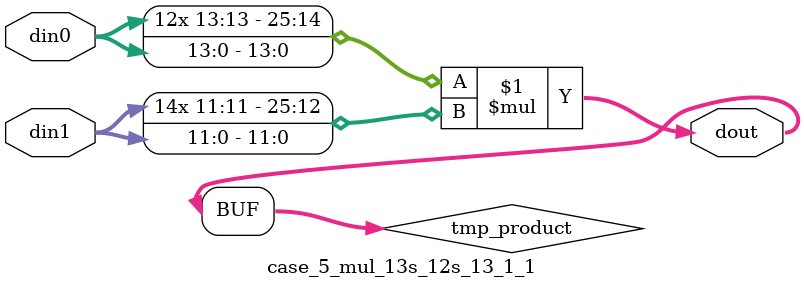
<source format=v>

`timescale 1 ns / 1 ps

 module case_5_mul_13s_12s_13_1_1(din0, din1, dout);
parameter ID = 1;
parameter NUM_STAGE = 0;
parameter din0_WIDTH = 14;
parameter din1_WIDTH = 12;
parameter dout_WIDTH = 26;

input [din0_WIDTH - 1 : 0] din0; 
input [din1_WIDTH - 1 : 0] din1; 
output [dout_WIDTH - 1 : 0] dout;

wire signed [dout_WIDTH - 1 : 0] tmp_product;



























assign tmp_product = $signed(din0) * $signed(din1);








assign dout = tmp_product;





















endmodule

</source>
